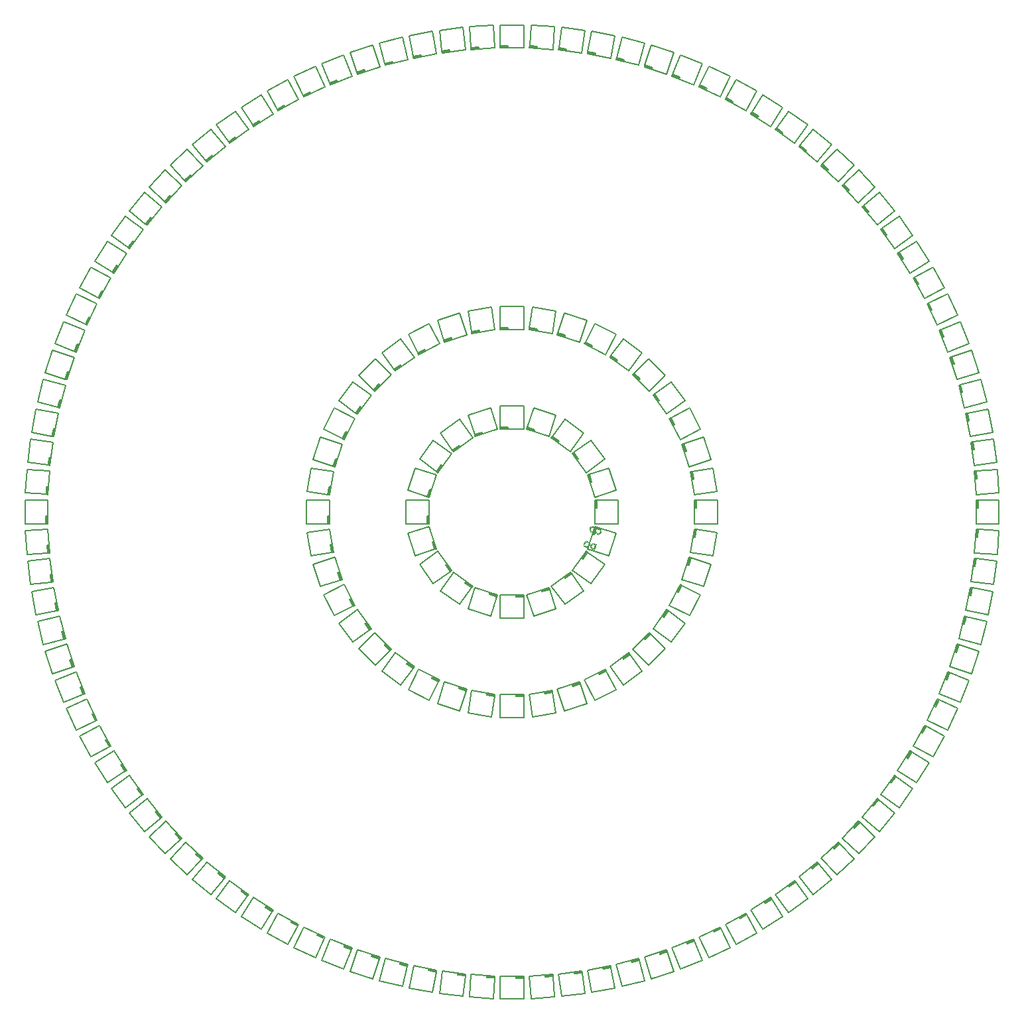
<source format=gto>
G75*
%MOIN*%
%OFA0B0*%
%FSLAX25Y25*%
%IPPOS*%
%LPD*%
%AMOC8*
5,1,8,0,0,1.08239X$1,22.5*
%
%ADD10C,0.00787*%
%ADD11C,0.00500*%
%ADD12R,0.01024X0.00118*%
%ADD13R,0.00748X0.00118*%
%ADD14R,0.01772X0.00118*%
%ADD15R,0.01417X0.00118*%
%ADD16R,0.02126X0.00118*%
%ADD17R,0.01890X0.00118*%
%ADD18R,0.02402X0.00157*%
%ADD19R,0.02126X0.00157*%
%ADD20R,0.02520X0.00118*%
%ADD21R,0.02362X0.00118*%
%ADD22R,0.02638X0.00118*%
%ADD23R,0.02677X0.00118*%
%ADD24R,0.02756X0.00118*%
%ADD25R,0.02913X0.00118*%
%ADD26R,0.00866X0.00118*%
%ADD27R,0.01260X0.00118*%
%ADD28R,0.01142X0.00118*%
%ADD29R,0.00866X0.00157*%
%ADD30R,0.01102X0.00157*%
%ADD31R,0.01024X0.00157*%
%ADD32R,0.00984X0.00118*%
%ADD33R,0.00906X0.00118*%
%ADD34R,0.00906X0.00157*%
%ADD35R,0.00984X0.00157*%
%ADD36R,0.02795X0.00118*%
%ADD37R,0.02362X0.00157*%
%ADD38R,0.02244X0.00118*%
%ADD39R,0.01654X0.00118*%
%ADD40R,0.00394X0.00118*%
%ADD41R,0.00630X0.00118*%
%ADD42R,0.01378X0.00118*%
%ADD43R,0.01496X0.00118*%
%ADD44R,0.02244X0.00157*%
%ADD45R,0.02165X0.00157*%
%ADD46R,0.02402X0.00118*%
%ADD47R,0.00394X0.00157*%
%ADD48R,0.00748X0.00157*%
%ADD49R,0.01102X0.00118*%
%ADD50R,0.02165X0.00118*%
%ADD51R,0.00276X0.00118*%
%ADD52R,0.00354X0.00118*%
D10*
X0113271Y0121466D02*
X0122371Y0113937D01*
X0129022Y0121976D01*
X0129649Y0122734D01*
X0120549Y0130263D01*
X0113271Y0121466D01*
X0110587Y0123826D02*
X0117729Y0131431D01*
X0118403Y0132149D01*
X0109793Y0140234D01*
X0101977Y0131911D01*
X0110587Y0123826D01*
X0099461Y0134427D02*
X0107067Y0141569D01*
X0107784Y0142243D01*
X0099699Y0150853D01*
X0091376Y0143037D01*
X0099461Y0134427D01*
X0089016Y0145721D02*
X0097055Y0152371D01*
X0097813Y0152999D01*
X0090284Y0162099D01*
X0081487Y0154821D01*
X0089016Y0145721D01*
X0079293Y0157637D02*
X0087733Y0163769D01*
X0088530Y0164348D01*
X0081587Y0173903D01*
X0072350Y0167192D01*
X0079293Y0157637D01*
X0070354Y0170145D02*
X0079163Y0175735D01*
X0079994Y0176263D01*
X0073666Y0186235D01*
X0064026Y0180117D01*
X0070354Y0170145D01*
X0062202Y0183185D02*
X0071345Y0188211D01*
X0072208Y0188685D01*
X0066518Y0199035D01*
X0056512Y0193535D01*
X0062202Y0183185D01*
X0054899Y0196716D02*
X0064339Y0201158D01*
X0065230Y0201577D01*
X0060201Y0212264D01*
X0049870Y0207403D01*
X0054899Y0196716D01*
X0048446Y0210678D02*
X0058147Y0214518D01*
X0059062Y0214881D01*
X0054714Y0225862D01*
X0044098Y0221659D01*
X0048446Y0210678D01*
X0042896Y0225009D02*
X0052818Y0228233D01*
X0053754Y0228538D01*
X0050104Y0239771D01*
X0039246Y0236242D01*
X0042896Y0225009D01*
X0038249Y0239670D02*
X0048355Y0242265D01*
X0049308Y0242510D01*
X0046371Y0253950D01*
X0035312Y0251110D01*
X0038249Y0239670D01*
X0034529Y0254599D02*
X0044777Y0256554D01*
X0045744Y0256739D01*
X0043531Y0268341D01*
X0032316Y0266201D01*
X0034529Y0254599D01*
X0031756Y0269726D02*
X0042107Y0271033D01*
X0043084Y0271157D01*
X0041603Y0282874D01*
X0030276Y0281443D01*
X0031756Y0269726D01*
X0029943Y0284988D02*
X0040356Y0285643D01*
X0041338Y0285705D01*
X0040597Y0297492D01*
X0029202Y0296775D01*
X0029943Y0284988D01*
X0029091Y0300344D02*
X0039524Y0300344D01*
X0040509Y0300344D01*
X0040509Y0312156D01*
X0029091Y0312156D01*
X0029091Y0300344D01*
X0029202Y0315725D02*
X0039614Y0315069D01*
X0040597Y0315008D01*
X0041338Y0326795D01*
X0029943Y0327512D01*
X0029202Y0315725D01*
X0030276Y0331057D02*
X0040627Y0329749D01*
X0041603Y0329626D01*
X0043084Y0341343D01*
X0031756Y0342774D01*
X0030276Y0331057D01*
X0032316Y0346299D02*
X0042564Y0344344D01*
X0043531Y0344159D01*
X0045744Y0355761D01*
X0034529Y0357901D01*
X0032316Y0346299D01*
X0035312Y0361390D02*
X0045417Y0358795D01*
X0046371Y0358550D01*
X0049308Y0369990D01*
X0038249Y0372830D01*
X0035312Y0361390D01*
X0039246Y0376258D02*
X0049168Y0373034D01*
X0050104Y0372729D01*
X0053754Y0383962D01*
X0042896Y0387491D01*
X0039246Y0376258D01*
X0044098Y0390841D02*
X0053799Y0387000D01*
X0054714Y0386638D01*
X0059062Y0397619D01*
X0048446Y0401822D01*
X0044098Y0390841D01*
X0049870Y0405097D02*
X0059310Y0400655D01*
X0060201Y0400236D01*
X0065230Y0410923D01*
X0054899Y0415784D01*
X0049870Y0405097D01*
X0056512Y0418965D02*
X0065655Y0413939D01*
X0066518Y0413465D01*
X0072208Y0423815D01*
X0062202Y0429315D01*
X0056512Y0418965D01*
X0064026Y0432383D02*
X0072835Y0426792D01*
X0073666Y0426265D01*
X0079994Y0436237D01*
X0070354Y0442355D01*
X0064026Y0432383D01*
X0072350Y0445308D02*
X0080791Y0439175D01*
X0081587Y0438597D01*
X0088530Y0448152D01*
X0079293Y0454863D01*
X0072350Y0445308D01*
X0081487Y0457679D02*
X0089526Y0451028D01*
X0090284Y0450401D01*
X0097813Y0459501D01*
X0089016Y0466779D01*
X0081487Y0457679D01*
X0091376Y0469463D02*
X0098981Y0462321D01*
X0099699Y0461647D01*
X0107784Y0470257D01*
X0099461Y0478073D01*
X0091376Y0469463D01*
X0101977Y0480589D02*
X0109119Y0472983D01*
X0109793Y0472266D01*
X0118403Y0480351D01*
X0110587Y0488674D01*
X0101977Y0480589D01*
X0113271Y0491034D02*
X0119921Y0482995D01*
X0120549Y0482237D01*
X0129649Y0489766D01*
X0122371Y0498563D01*
X0113271Y0491034D01*
X0125187Y0500757D02*
X0131319Y0492317D01*
X0131898Y0491520D01*
X0141453Y0498463D01*
X0134742Y0507700D01*
X0125187Y0500757D01*
X0137695Y0509696D02*
X0143285Y0500887D01*
X0143813Y0500056D01*
X0153785Y0506384D01*
X0147667Y0516024D01*
X0137695Y0509696D01*
X0150735Y0517848D02*
X0155761Y0508705D01*
X0156235Y0507842D01*
X0166585Y0513532D01*
X0161085Y0523538D01*
X0150735Y0517848D01*
X0164266Y0525151D02*
X0168708Y0515711D01*
X0169127Y0514820D01*
X0179814Y0519849D01*
X0174953Y0530180D01*
X0164266Y0525151D01*
X0178228Y0531604D02*
X0182068Y0521903D01*
X0182431Y0520988D01*
X0193412Y0525336D01*
X0189209Y0535952D01*
X0178228Y0531604D01*
X0192559Y0537154D02*
X0195783Y0527232D01*
X0196088Y0526296D01*
X0207321Y0529946D01*
X0203792Y0540804D01*
X0192559Y0537154D01*
X0207220Y0541801D02*
X0209815Y0531695D01*
X0210060Y0530742D01*
X0221500Y0533679D01*
X0218660Y0544738D01*
X0207220Y0541801D01*
X0222149Y0545521D02*
X0224104Y0535273D01*
X0224289Y0534306D01*
X0235891Y0536519D01*
X0233751Y0547734D01*
X0222149Y0545521D01*
X0237276Y0548293D02*
X0238583Y0537943D01*
X0238707Y0536966D01*
X0250424Y0538447D01*
X0248993Y0549774D01*
X0237276Y0548293D01*
X0252538Y0550107D02*
X0253193Y0539694D01*
X0253255Y0538712D01*
X0265042Y0539453D01*
X0264325Y0550848D01*
X0252538Y0550107D01*
X0267894Y0550959D02*
X0267894Y0540526D01*
X0267894Y0539541D01*
X0279706Y0539541D01*
X0279706Y0550959D01*
X0267894Y0550959D01*
X0283275Y0550848D02*
X0282620Y0540436D01*
X0282558Y0539453D01*
X0294345Y0538712D01*
X0295062Y0550107D01*
X0283275Y0550848D01*
X0298607Y0549774D02*
X0297299Y0539423D01*
X0297176Y0538447D01*
X0308893Y0536966D01*
X0310324Y0548293D01*
X0298607Y0549774D01*
X0313849Y0547734D02*
X0311894Y0537486D01*
X0311709Y0536519D01*
X0323311Y0534306D01*
X0325451Y0545521D01*
X0313849Y0547734D01*
X0328940Y0544738D02*
X0326345Y0534633D01*
X0326100Y0533679D01*
X0337540Y0530742D01*
X0340380Y0541801D01*
X0328940Y0544738D01*
X0343808Y0540804D02*
X0340584Y0530882D01*
X0340279Y0529946D01*
X0351512Y0526296D01*
X0355041Y0537154D01*
X0343808Y0540804D01*
X0358391Y0535952D02*
X0354550Y0526251D01*
X0354188Y0525336D01*
X0365169Y0520988D01*
X0369372Y0531604D01*
X0358391Y0535952D01*
X0372647Y0530180D02*
X0368205Y0520740D01*
X0367786Y0519849D01*
X0378473Y0514820D01*
X0383334Y0525151D01*
X0372647Y0530180D01*
X0386515Y0523538D02*
X0381489Y0514395D01*
X0381015Y0513532D01*
X0391365Y0507842D01*
X0396865Y0517848D01*
X0386515Y0523538D01*
X0399933Y0516024D02*
X0394342Y0507215D01*
X0393815Y0506384D01*
X0403787Y0500056D01*
X0409905Y0509696D01*
X0399933Y0516024D01*
X0412858Y0507700D02*
X0406725Y0499259D01*
X0406147Y0498463D01*
X0415702Y0491520D01*
X0422413Y0500757D01*
X0412858Y0507700D01*
X0425229Y0498563D02*
X0418578Y0490524D01*
X0417951Y0489766D01*
X0427051Y0482237D01*
X0434329Y0491034D01*
X0425229Y0498563D01*
X0437013Y0488674D02*
X0429871Y0481069D01*
X0429197Y0480351D01*
X0437807Y0472266D01*
X0445623Y0480589D01*
X0437013Y0488674D01*
X0448139Y0478073D02*
X0440533Y0470931D01*
X0439816Y0470257D01*
X0447901Y0461647D01*
X0456224Y0469463D01*
X0448139Y0478073D01*
X0458584Y0466779D02*
X0450545Y0460129D01*
X0449787Y0459501D01*
X0457316Y0450401D01*
X0466113Y0457679D01*
X0458584Y0466779D01*
X0468307Y0454863D02*
X0459867Y0448731D01*
X0459070Y0448152D01*
X0466013Y0438597D01*
X0475250Y0445308D01*
X0468307Y0454863D01*
X0477246Y0442355D02*
X0468437Y0436765D01*
X0467606Y0436237D01*
X0473934Y0426265D01*
X0483574Y0432383D01*
X0477246Y0442355D01*
X0485398Y0429315D02*
X0476255Y0424289D01*
X0475392Y0423815D01*
X0481082Y0413465D01*
X0491088Y0418965D01*
X0485398Y0429315D01*
X0492701Y0415784D02*
X0483261Y0411342D01*
X0482370Y0410923D01*
X0487399Y0400236D01*
X0497730Y0405097D01*
X0492701Y0415784D01*
X0499154Y0401822D02*
X0489453Y0397982D01*
X0488538Y0397619D01*
X0492886Y0386638D01*
X0503502Y0390841D01*
X0499154Y0401822D01*
X0504704Y0387491D02*
X0494782Y0384267D01*
X0493846Y0383962D01*
X0497496Y0372729D01*
X0508354Y0376258D01*
X0504704Y0387491D01*
X0509351Y0372830D02*
X0499245Y0370235D01*
X0498292Y0369990D01*
X0501229Y0358550D01*
X0512288Y0361390D01*
X0509351Y0372830D01*
X0513071Y0357901D02*
X0502823Y0355946D01*
X0501856Y0355761D01*
X0504069Y0344159D01*
X0515284Y0346299D01*
X0513071Y0357901D01*
X0515843Y0342774D02*
X0505493Y0341467D01*
X0504516Y0341343D01*
X0505997Y0329626D01*
X0517324Y0331057D01*
X0515843Y0342774D01*
X0517657Y0327512D02*
X0507244Y0326857D01*
X0506262Y0326795D01*
X0507003Y0315008D01*
X0518398Y0315725D01*
X0517657Y0327512D01*
X0518509Y0312156D02*
X0508076Y0312156D01*
X0507091Y0312156D01*
X0507091Y0300344D01*
X0518509Y0300344D01*
X0518509Y0312156D01*
X0518398Y0296775D02*
X0507986Y0297430D01*
X0507003Y0297492D01*
X0506262Y0285705D01*
X0517657Y0284988D01*
X0518398Y0296775D01*
X0517324Y0281443D02*
X0506973Y0282751D01*
X0505997Y0282874D01*
X0504516Y0271157D01*
X0515843Y0269726D01*
X0517324Y0281443D01*
X0515284Y0266201D02*
X0505036Y0268156D01*
X0504069Y0268341D01*
X0501856Y0256739D01*
X0513071Y0254599D01*
X0515284Y0266201D01*
X0512288Y0251110D02*
X0502183Y0253705D01*
X0501229Y0253950D01*
X0498292Y0242510D01*
X0509351Y0239670D01*
X0512288Y0251110D01*
X0508354Y0236242D02*
X0498432Y0239466D01*
X0497496Y0239771D01*
X0493846Y0228538D01*
X0504704Y0225009D01*
X0508354Y0236242D01*
X0503502Y0221659D02*
X0493801Y0225500D01*
X0492886Y0225862D01*
X0488538Y0214881D01*
X0499154Y0210678D01*
X0503502Y0221659D01*
X0497730Y0207403D02*
X0488290Y0211845D01*
X0487399Y0212264D01*
X0482370Y0201577D01*
X0492701Y0196716D01*
X0497730Y0207403D01*
X0491088Y0193535D02*
X0481945Y0198561D01*
X0481082Y0199035D01*
X0475392Y0188685D01*
X0485398Y0183185D01*
X0491088Y0193535D01*
X0483574Y0180117D02*
X0474765Y0185708D01*
X0473934Y0186235D01*
X0467606Y0176263D01*
X0477246Y0170145D01*
X0483574Y0180117D01*
X0475250Y0167192D02*
X0466809Y0173325D01*
X0466013Y0173903D01*
X0459070Y0164348D01*
X0468307Y0157637D01*
X0475250Y0167192D01*
X0466113Y0154821D02*
X0458074Y0161472D01*
X0457316Y0162099D01*
X0449787Y0152999D01*
X0458584Y0145721D01*
X0466113Y0154821D01*
X0456224Y0143037D02*
X0448619Y0150179D01*
X0447901Y0150853D01*
X0439816Y0142243D01*
X0448139Y0134427D01*
X0456224Y0143037D01*
X0445623Y0131911D02*
X0438481Y0139517D01*
X0437807Y0140234D01*
X0429197Y0132149D01*
X0437013Y0123826D01*
X0445623Y0131911D01*
X0434329Y0121466D02*
X0427679Y0129505D01*
X0427051Y0130263D01*
X0417951Y0122734D01*
X0425229Y0113937D01*
X0434329Y0121466D01*
X0422413Y0111743D02*
X0416281Y0120183D01*
X0415702Y0120980D01*
X0406147Y0114037D01*
X0412858Y0104800D01*
X0422413Y0111743D01*
X0409905Y0102804D02*
X0404315Y0111613D01*
X0403787Y0112444D01*
X0393815Y0106116D01*
X0399933Y0096476D01*
X0409905Y0102804D01*
X0396865Y0094652D02*
X0391839Y0103795D01*
X0391365Y0104658D01*
X0381015Y0098968D01*
X0386515Y0088962D01*
X0396865Y0094652D01*
X0383334Y0087349D02*
X0378892Y0096789D01*
X0378473Y0097680D01*
X0367786Y0092651D01*
X0372647Y0082320D01*
X0383334Y0087349D01*
X0369372Y0080896D02*
X0365532Y0090597D01*
X0365169Y0091512D01*
X0354188Y0087164D01*
X0358391Y0076548D01*
X0369372Y0080896D01*
X0355041Y0075346D02*
X0351817Y0085268D01*
X0351512Y0086204D01*
X0340279Y0082554D01*
X0343808Y0071696D01*
X0355041Y0075346D01*
X0340380Y0070699D02*
X0337785Y0080805D01*
X0337540Y0081758D01*
X0326100Y0078821D01*
X0328940Y0067762D01*
X0340380Y0070699D01*
X0325451Y0066979D02*
X0323496Y0077227D01*
X0323311Y0078194D01*
X0311709Y0075981D01*
X0313849Y0064766D01*
X0325451Y0066979D01*
X0310324Y0064206D02*
X0309017Y0074557D01*
X0308893Y0075534D01*
X0297176Y0074053D01*
X0298607Y0062726D01*
X0310324Y0064206D01*
X0295062Y0062393D02*
X0294407Y0072806D01*
X0294345Y0073788D01*
X0282558Y0073047D01*
X0283275Y0061652D01*
X0295062Y0062393D01*
X0279706Y0061541D02*
X0279706Y0071974D01*
X0279706Y0072959D01*
X0267894Y0072959D01*
X0267894Y0061541D01*
X0279706Y0061541D01*
X0264325Y0061652D02*
X0264980Y0072064D01*
X0265042Y0073047D01*
X0253255Y0073788D01*
X0252538Y0062393D01*
X0264325Y0061652D01*
X0248993Y0062726D02*
X0250301Y0073077D01*
X0250424Y0074053D01*
X0238707Y0075534D01*
X0237276Y0064206D01*
X0248993Y0062726D01*
X0233751Y0064766D02*
X0235706Y0075014D01*
X0235891Y0075981D01*
X0224289Y0078194D01*
X0222149Y0066979D01*
X0233751Y0064766D01*
X0218660Y0067762D02*
X0221255Y0077867D01*
X0221500Y0078821D01*
X0210060Y0081758D01*
X0207220Y0070699D01*
X0218660Y0067762D01*
X0203792Y0071696D02*
X0207016Y0081618D01*
X0207321Y0082554D01*
X0196088Y0086204D01*
X0192559Y0075346D01*
X0203792Y0071696D01*
X0189209Y0076548D02*
X0193050Y0086249D01*
X0193412Y0087164D01*
X0182431Y0091512D01*
X0178228Y0080896D01*
X0189209Y0076548D01*
X0174953Y0082320D02*
X0179395Y0091760D01*
X0179814Y0092651D01*
X0169127Y0097680D01*
X0164266Y0087349D01*
X0174953Y0082320D01*
X0161085Y0088962D02*
X0166111Y0098105D01*
X0166585Y0098968D01*
X0156235Y0104658D01*
X0150735Y0094652D01*
X0161085Y0088962D01*
X0147667Y0096476D02*
X0153258Y0105285D01*
X0153785Y0106116D01*
X0143813Y0112444D01*
X0137695Y0102804D01*
X0147667Y0096476D01*
X0134742Y0104800D02*
X0140875Y0113241D01*
X0141453Y0114037D01*
X0131898Y0120980D01*
X0125187Y0111743D01*
X0134742Y0104800D01*
X0221646Y0216945D02*
X0232170Y0211582D01*
X0236907Y0220878D01*
X0237354Y0221755D01*
X0226830Y0227117D01*
X0221646Y0216945D01*
X0217922Y0219260D02*
X0224055Y0227701D01*
X0224633Y0228497D01*
X0215078Y0235440D01*
X0208367Y0226203D01*
X0217922Y0219260D01*
X0205039Y0229138D02*
X0212416Y0236515D01*
X0213112Y0237211D01*
X0204761Y0245562D01*
X0196688Y0237489D01*
X0205039Y0229138D01*
X0193753Y0240817D02*
X0202193Y0246949D01*
X0202990Y0247528D01*
X0196047Y0257083D01*
X0186810Y0250372D01*
X0193753Y0240817D01*
X0184495Y0254096D02*
X0193791Y0258833D01*
X0194667Y0259280D01*
X0189305Y0269804D01*
X0179132Y0264620D01*
X0184495Y0254096D01*
X0177496Y0268769D02*
X0187418Y0271993D01*
X0188354Y0272298D01*
X0184704Y0283531D01*
X0173846Y0280002D01*
X0177496Y0268769D01*
X0172785Y0284224D02*
X0183090Y0285856D01*
X0184062Y0286010D01*
X0182215Y0297676D01*
X0170938Y0295890D01*
X0172785Y0284224D01*
X0170591Y0300344D02*
X0181024Y0300344D01*
X0182009Y0300344D01*
X0182009Y0312156D01*
X0170591Y0312156D01*
X0170591Y0300344D01*
X0170938Y0316610D02*
X0181242Y0314978D01*
X0182215Y0314824D01*
X0184062Y0326490D01*
X0172785Y0328276D01*
X0170938Y0316610D01*
X0173846Y0332498D02*
X0183768Y0329274D01*
X0184704Y0328969D01*
X0188354Y0340202D01*
X0177496Y0343731D01*
X0173846Y0332498D01*
X0179132Y0347880D02*
X0188428Y0343143D01*
X0189305Y0342696D01*
X0194667Y0353220D01*
X0184495Y0358404D01*
X0179132Y0347880D01*
X0186810Y0362128D02*
X0195251Y0355995D01*
X0196047Y0355417D01*
X0202990Y0364972D01*
X0193753Y0371683D01*
X0186810Y0362128D01*
X0196688Y0375011D02*
X0204065Y0367634D01*
X0204761Y0366938D01*
X0213112Y0375289D01*
X0205039Y0383362D01*
X0196688Y0375011D01*
X0208367Y0386297D02*
X0214499Y0377857D01*
X0215078Y0377060D01*
X0224633Y0384003D01*
X0217922Y0393240D01*
X0208367Y0386297D01*
X0221646Y0395555D02*
X0226383Y0386259D01*
X0226830Y0385382D01*
X0237354Y0390745D01*
X0232170Y0400917D01*
X0221646Y0395555D01*
X0236319Y0402554D02*
X0239543Y0392632D01*
X0239848Y0391696D01*
X0251081Y0395346D01*
X0247552Y0406204D01*
X0236319Y0402554D01*
X0251774Y0407265D02*
X0253406Y0396960D01*
X0253560Y0395988D01*
X0265226Y0397835D01*
X0263440Y0409112D01*
X0251774Y0407265D01*
X0267894Y0409459D02*
X0267894Y0399026D01*
X0267894Y0398041D01*
X0279706Y0398041D01*
X0279706Y0409459D01*
X0267894Y0409459D01*
X0284160Y0409112D02*
X0282528Y0398808D01*
X0282374Y0397835D01*
X0294040Y0395988D01*
X0295826Y0407265D01*
X0284160Y0409112D01*
X0300048Y0406204D02*
X0296824Y0396282D01*
X0296519Y0395346D01*
X0307752Y0391696D01*
X0311281Y0402554D01*
X0300048Y0406204D01*
X0315430Y0400917D02*
X0310693Y0391622D01*
X0310246Y0390745D01*
X0320770Y0385382D01*
X0325954Y0395555D01*
X0315430Y0400917D01*
X0329678Y0393240D02*
X0323545Y0384799D01*
X0322967Y0384003D01*
X0332522Y0377060D01*
X0339233Y0386297D01*
X0329678Y0393240D01*
X0342561Y0383362D02*
X0335184Y0375985D01*
X0334488Y0375289D01*
X0342839Y0366938D01*
X0350912Y0375011D01*
X0342561Y0383362D01*
X0353847Y0371683D02*
X0345407Y0365551D01*
X0344610Y0364972D01*
X0351553Y0355417D01*
X0360790Y0362128D01*
X0353847Y0371683D01*
X0363105Y0358404D02*
X0353809Y0353667D01*
X0352932Y0353220D01*
X0358295Y0342696D01*
X0368467Y0347880D01*
X0363105Y0358404D01*
X0370104Y0343731D02*
X0360182Y0340507D01*
X0359246Y0340202D01*
X0362896Y0328969D01*
X0373754Y0332498D01*
X0370104Y0343731D01*
X0374815Y0328276D02*
X0364510Y0326644D01*
X0363538Y0326490D01*
X0365385Y0314824D01*
X0376662Y0316610D01*
X0374815Y0328276D01*
X0377009Y0312156D02*
X0366576Y0312156D01*
X0365591Y0312156D01*
X0365591Y0300344D01*
X0377009Y0300344D01*
X0377009Y0312156D01*
X0376662Y0295890D02*
X0366358Y0297522D01*
X0365385Y0297676D01*
X0363538Y0286010D01*
X0374815Y0284224D01*
X0376662Y0295890D01*
X0373754Y0280002D02*
X0363832Y0283226D01*
X0362896Y0283531D01*
X0359246Y0272298D01*
X0370104Y0268769D01*
X0373754Y0280002D01*
X0368467Y0264620D02*
X0359172Y0269357D01*
X0358295Y0269804D01*
X0352932Y0259280D01*
X0363105Y0254096D01*
X0368467Y0264620D01*
X0360790Y0250372D02*
X0352349Y0256505D01*
X0351553Y0257083D01*
X0344610Y0247528D01*
X0353847Y0240817D01*
X0360790Y0250372D01*
X0350912Y0237489D02*
X0343535Y0244866D01*
X0342839Y0245562D01*
X0334488Y0237211D01*
X0342561Y0229138D01*
X0350912Y0237489D01*
X0339233Y0226203D02*
X0333101Y0234643D01*
X0332522Y0235440D01*
X0322967Y0228497D01*
X0329678Y0219260D01*
X0339233Y0226203D01*
X0325954Y0216945D02*
X0321217Y0226241D01*
X0320770Y0227117D01*
X0310246Y0221755D01*
X0315430Y0211582D01*
X0325954Y0216945D01*
X0311281Y0209946D02*
X0308057Y0219868D01*
X0307752Y0220804D01*
X0296519Y0217154D01*
X0300048Y0206296D01*
X0311281Y0209946D01*
X0295826Y0205235D02*
X0294194Y0215540D01*
X0294040Y0216512D01*
X0282374Y0214665D01*
X0284160Y0203388D01*
X0295826Y0205235D01*
X0279706Y0203041D02*
X0279706Y0213474D01*
X0279706Y0214459D01*
X0267894Y0214459D01*
X0267894Y0203041D01*
X0279706Y0203041D01*
X0263440Y0203388D02*
X0265072Y0213692D01*
X0265226Y0214665D01*
X0253560Y0216512D01*
X0251774Y0205235D01*
X0263440Y0203388D01*
X0247552Y0206296D02*
X0250776Y0216218D01*
X0251081Y0217154D01*
X0239848Y0220804D01*
X0236319Y0209946D01*
X0247552Y0206296D01*
X0262952Y0253796D02*
X0266176Y0263718D01*
X0266481Y0264654D01*
X0255248Y0268304D01*
X0251719Y0257446D01*
X0262952Y0253796D01*
X0267894Y0253041D02*
X0279706Y0253041D01*
X0279706Y0263474D01*
X0279706Y0264459D01*
X0267894Y0264459D01*
X0267894Y0253041D01*
X0284648Y0253796D02*
X0295881Y0257446D01*
X0292657Y0267368D01*
X0292352Y0268304D01*
X0281119Y0264654D01*
X0284648Y0253796D01*
X0300278Y0259760D02*
X0293567Y0268997D01*
X0303122Y0275940D01*
X0303701Y0275143D01*
X0309833Y0266703D01*
X0300278Y0259760D01*
X0313347Y0270217D02*
X0304110Y0276928D01*
X0311053Y0286483D01*
X0311849Y0285905D01*
X0320290Y0279772D01*
X0313347Y0270217D01*
X0322604Y0284169D02*
X0326254Y0295402D01*
X0316332Y0298626D01*
X0315396Y0298931D01*
X0311746Y0287698D01*
X0322604Y0284169D01*
X0327009Y0300344D02*
X0315591Y0300344D01*
X0315591Y0312156D01*
X0316576Y0312156D01*
X0327009Y0312156D01*
X0327009Y0300344D01*
X0326254Y0317098D02*
X0315396Y0313569D01*
X0311746Y0324802D01*
X0312682Y0325107D01*
X0322604Y0328331D01*
X0326254Y0317098D01*
X0320290Y0332728D02*
X0313347Y0342283D01*
X0304907Y0336151D01*
X0304110Y0335572D01*
X0311053Y0326017D01*
X0320290Y0332728D01*
X0309833Y0345797D02*
X0300278Y0352740D01*
X0294145Y0344299D01*
X0293567Y0343503D01*
X0303122Y0336560D01*
X0309833Y0345797D01*
X0295881Y0355054D02*
X0284648Y0358704D01*
X0281424Y0348782D01*
X0281119Y0347846D01*
X0292352Y0344196D01*
X0295881Y0355054D01*
X0279706Y0359459D02*
X0279706Y0348041D01*
X0267894Y0348041D01*
X0267894Y0349026D01*
X0267894Y0359459D01*
X0279706Y0359459D01*
X0262952Y0358704D02*
X0266481Y0347846D01*
X0255248Y0344196D01*
X0254943Y0345132D01*
X0251719Y0355054D01*
X0262952Y0358704D01*
X0247322Y0352740D02*
X0254033Y0343503D01*
X0244478Y0336560D01*
X0243899Y0337357D01*
X0237767Y0345797D01*
X0247322Y0352740D01*
X0234253Y0342283D02*
X0243490Y0335572D01*
X0236547Y0326017D01*
X0235751Y0326595D01*
X0227310Y0332728D01*
X0234253Y0342283D01*
X0224996Y0328331D02*
X0221346Y0317098D01*
X0231268Y0313874D01*
X0232204Y0313569D01*
X0235854Y0324802D01*
X0224996Y0328331D01*
X0220591Y0312156D02*
X0220591Y0300344D01*
X0231024Y0300344D01*
X0232009Y0300344D01*
X0232009Y0312156D01*
X0220591Y0312156D01*
X0221346Y0295402D02*
X0232204Y0298931D01*
X0235854Y0287698D01*
X0234918Y0287393D01*
X0224996Y0284169D01*
X0221346Y0295402D01*
X0227310Y0279772D02*
X0234253Y0270217D01*
X0242693Y0276349D01*
X0243490Y0276928D01*
X0236547Y0286483D01*
X0227310Y0279772D01*
X0237767Y0266703D02*
X0247322Y0259760D01*
X0253455Y0268201D01*
X0254033Y0268997D01*
X0244478Y0275940D01*
X0237767Y0266703D01*
D11*
X0242693Y0276349D02*
X0240379Y0279534D01*
X0240698Y0279766D01*
X0241016Y0279997D01*
X0243330Y0276812D01*
X0242693Y0276349D01*
X0242780Y0276899D02*
X0240698Y0279766D01*
X0235667Y0287637D02*
X0234918Y0287393D01*
X0233701Y0291138D01*
X0234076Y0291259D01*
X0234450Y0291381D01*
X0235667Y0287637D01*
X0235171Y0287890D02*
X0234076Y0291259D01*
X0231812Y0300344D02*
X0231024Y0300344D01*
X0231024Y0304281D01*
X0231418Y0304281D01*
X0231812Y0304281D01*
X0231812Y0300344D01*
X0231418Y0300738D02*
X0231418Y0304281D01*
X0232017Y0313630D02*
X0231268Y0313874D01*
X0232485Y0317618D01*
X0232859Y0317496D01*
X0233234Y0317375D01*
X0232017Y0313630D01*
X0231764Y0314126D02*
X0232859Y0317496D01*
X0236388Y0326133D02*
X0235751Y0326595D01*
X0238065Y0329780D01*
X0238384Y0329549D01*
X0238702Y0329318D01*
X0236388Y0326133D01*
X0236301Y0326682D02*
X0238384Y0329549D01*
X0244362Y0336720D02*
X0243899Y0337357D01*
X0247084Y0339671D01*
X0247316Y0339352D01*
X0247547Y0339034D01*
X0244362Y0336720D01*
X0244449Y0337270D02*
X0247316Y0339352D01*
X0255187Y0344383D02*
X0254943Y0345132D01*
X0258688Y0346349D01*
X0258809Y0345974D01*
X0258931Y0345600D01*
X0255187Y0344383D01*
X0255440Y0344879D02*
X0258809Y0345974D01*
X0267894Y0348238D02*
X0267894Y0349026D01*
X0271831Y0349026D01*
X0271831Y0348632D01*
X0271831Y0348238D01*
X0267894Y0348238D01*
X0268288Y0348632D02*
X0271831Y0348632D01*
X0281180Y0348033D02*
X0281424Y0348782D01*
X0285168Y0347565D01*
X0285046Y0347191D01*
X0284925Y0346816D01*
X0281180Y0348033D01*
X0281676Y0348286D02*
X0285046Y0347191D01*
X0293683Y0343662D02*
X0294145Y0344299D01*
X0297330Y0341985D01*
X0297099Y0341666D01*
X0296868Y0341348D01*
X0293683Y0343662D01*
X0294232Y0343749D02*
X0297099Y0341666D01*
X0304270Y0335688D02*
X0304907Y0336151D01*
X0307221Y0332966D01*
X0306902Y0332734D01*
X0306584Y0332503D01*
X0304270Y0335688D01*
X0304820Y0335601D02*
X0306902Y0332734D01*
X0311933Y0324863D02*
X0312682Y0325107D01*
X0313899Y0321362D01*
X0313524Y0321241D01*
X0313150Y0321119D01*
X0311933Y0324863D01*
X0312429Y0324610D02*
X0313524Y0321241D01*
X0315788Y0312156D02*
X0316576Y0312156D01*
X0316576Y0308219D01*
X0316182Y0308219D01*
X0315788Y0308219D01*
X0315788Y0312156D01*
X0316182Y0311762D02*
X0316182Y0308219D01*
X0315583Y0298870D02*
X0316332Y0298626D01*
X0315115Y0294882D01*
X0314741Y0295004D01*
X0314366Y0295125D01*
X0315583Y0298870D01*
X0315836Y0298374D02*
X0314741Y0295004D01*
X0311212Y0286367D02*
X0311849Y0285905D01*
X0309535Y0282719D01*
X0309216Y0282951D01*
X0308898Y0283182D01*
X0311212Y0286367D01*
X0311299Y0285817D02*
X0309216Y0282951D01*
X0303238Y0275780D02*
X0303701Y0275143D01*
X0300516Y0272829D01*
X0300284Y0273148D01*
X0300053Y0273466D01*
X0303238Y0275780D01*
X0303151Y0275230D02*
X0300284Y0273148D01*
X0292413Y0268117D02*
X0292657Y0267368D01*
X0288912Y0266151D01*
X0288791Y0266526D01*
X0288669Y0266900D01*
X0292413Y0268117D01*
X0292160Y0267621D02*
X0288791Y0266526D01*
X0279706Y0264262D02*
X0279706Y0263474D01*
X0275769Y0263474D01*
X0275769Y0263868D01*
X0275769Y0264262D01*
X0279706Y0264262D01*
X0279312Y0263868D02*
X0275769Y0263868D01*
X0266420Y0264467D02*
X0266176Y0263718D01*
X0262432Y0264935D01*
X0262554Y0265309D01*
X0262675Y0265684D01*
X0266420Y0264467D01*
X0265924Y0264214D02*
X0262554Y0265309D01*
X0253917Y0268838D02*
X0253455Y0268201D01*
X0250269Y0270515D01*
X0250501Y0270834D01*
X0250732Y0271152D01*
X0253917Y0268838D01*
X0253367Y0268751D02*
X0250501Y0270834D01*
X0221332Y0230652D02*
X0224517Y0228338D01*
X0224055Y0227701D01*
X0220869Y0230015D01*
X0221101Y0230334D01*
X0221332Y0230652D01*
X0221101Y0230334D02*
X0223967Y0228251D01*
X0233756Y0223367D02*
X0237264Y0221580D01*
X0236907Y0220878D01*
X0233399Y0222666D01*
X0233578Y0223017D01*
X0233756Y0223367D01*
X0233578Y0223017D02*
X0236735Y0221408D01*
X0247275Y0218184D02*
X0251020Y0216967D01*
X0250776Y0216218D01*
X0247032Y0217435D01*
X0247154Y0217809D01*
X0247275Y0218184D01*
X0247154Y0217809D02*
X0250524Y0216714D01*
X0261306Y0215086D02*
X0265195Y0214470D01*
X0265072Y0213692D01*
X0261183Y0214308D01*
X0261245Y0214697D01*
X0261306Y0215086D01*
X0261245Y0214697D02*
X0264745Y0214143D01*
X0275769Y0214262D02*
X0279706Y0214262D01*
X0279706Y0213474D01*
X0275769Y0213474D01*
X0275769Y0213868D01*
X0275769Y0214262D01*
X0275769Y0213868D02*
X0279312Y0213868D01*
X0290182Y0215702D02*
X0294071Y0216318D01*
X0294194Y0215540D01*
X0290305Y0214924D01*
X0290244Y0215313D01*
X0290182Y0215702D01*
X0290244Y0215313D02*
X0293743Y0215867D01*
X0304069Y0219400D02*
X0307813Y0220617D01*
X0308057Y0219868D01*
X0304312Y0218651D01*
X0304191Y0219026D01*
X0304069Y0219400D01*
X0304191Y0219026D02*
X0307560Y0220121D01*
X0317352Y0225155D02*
X0320860Y0226942D01*
X0321217Y0226241D01*
X0317709Y0224453D01*
X0317530Y0224804D01*
X0317352Y0225155D01*
X0317530Y0224804D02*
X0320687Y0226413D01*
X0329453Y0232966D02*
X0332638Y0235280D01*
X0333101Y0234643D01*
X0329916Y0232329D01*
X0329684Y0232648D01*
X0329453Y0232966D01*
X0329684Y0232648D02*
X0332551Y0234730D01*
X0340195Y0242639D02*
X0342978Y0245423D01*
X0343535Y0244866D01*
X0340751Y0242083D01*
X0340473Y0242361D01*
X0340195Y0242639D01*
X0340473Y0242361D02*
X0342978Y0244866D01*
X0349398Y0253782D02*
X0351712Y0256967D01*
X0352349Y0256505D01*
X0350035Y0253319D01*
X0349716Y0253551D01*
X0349398Y0253782D01*
X0349716Y0253551D02*
X0351799Y0256417D01*
X0356683Y0266206D02*
X0358470Y0269714D01*
X0359172Y0269357D01*
X0357384Y0265849D01*
X0357033Y0266028D01*
X0356683Y0266206D01*
X0357033Y0266028D02*
X0358642Y0269185D01*
X0361866Y0279725D02*
X0363083Y0283470D01*
X0363832Y0283226D01*
X0362615Y0279482D01*
X0362241Y0279604D01*
X0361866Y0279725D01*
X0362241Y0279604D02*
X0363336Y0282974D01*
X0364964Y0293756D02*
X0365580Y0297645D01*
X0366358Y0297522D01*
X0365742Y0293633D01*
X0365353Y0293695D01*
X0364964Y0293756D01*
X0365353Y0293695D02*
X0365907Y0297195D01*
X0365788Y0308219D02*
X0365788Y0312156D01*
X0366576Y0312156D01*
X0366576Y0308219D01*
X0366182Y0308219D01*
X0365788Y0308219D01*
X0366182Y0308219D02*
X0366182Y0311762D01*
X0364348Y0322632D02*
X0363732Y0326521D01*
X0364510Y0326644D01*
X0365126Y0322755D01*
X0364737Y0322694D01*
X0364348Y0322632D01*
X0364737Y0322694D02*
X0364183Y0326193D01*
X0360650Y0336519D02*
X0359433Y0340263D01*
X0360182Y0340507D01*
X0361399Y0336762D01*
X0361024Y0336641D01*
X0360650Y0336519D01*
X0361024Y0336641D02*
X0359929Y0340010D01*
X0354895Y0349802D02*
X0353108Y0353310D01*
X0353809Y0353667D01*
X0355597Y0350159D01*
X0355246Y0349980D01*
X0354895Y0349802D01*
X0355246Y0349980D02*
X0353637Y0353137D01*
X0347084Y0361903D02*
X0344770Y0365088D01*
X0345407Y0365551D01*
X0347721Y0362366D01*
X0347402Y0362134D01*
X0347084Y0361903D01*
X0347402Y0362134D02*
X0345320Y0365001D01*
X0337411Y0372645D02*
X0334627Y0375428D01*
X0335184Y0375985D01*
X0337967Y0373201D01*
X0337689Y0372923D01*
X0337411Y0372645D01*
X0337689Y0372923D02*
X0335184Y0375428D01*
X0326268Y0381848D02*
X0323083Y0384162D01*
X0323545Y0384799D01*
X0326730Y0382485D01*
X0326499Y0382166D01*
X0326268Y0381848D01*
X0326499Y0382166D02*
X0323632Y0384249D01*
X0313844Y0389133D02*
X0310336Y0390920D01*
X0310693Y0391622D01*
X0314201Y0389834D01*
X0314022Y0389483D01*
X0313844Y0389133D01*
X0314022Y0389483D02*
X0310865Y0391092D01*
X0300325Y0394316D02*
X0296580Y0395533D01*
X0296824Y0396282D01*
X0300568Y0395065D01*
X0300446Y0394691D01*
X0300325Y0394316D01*
X0300446Y0394691D02*
X0297076Y0395786D01*
X0286293Y0397414D02*
X0282405Y0398030D01*
X0282528Y0398808D01*
X0286417Y0398192D01*
X0286355Y0397803D01*
X0286293Y0397414D01*
X0286355Y0397803D02*
X0282855Y0398357D01*
X0271831Y0398238D02*
X0267894Y0398238D01*
X0267894Y0399026D01*
X0271831Y0399026D01*
X0271831Y0398632D01*
X0271831Y0398238D01*
X0271831Y0398632D02*
X0268288Y0398632D01*
X0257418Y0396798D02*
X0253529Y0396182D01*
X0253406Y0396960D01*
X0257295Y0397576D01*
X0257356Y0397187D01*
X0257418Y0396798D01*
X0257356Y0397187D02*
X0253857Y0396633D01*
X0243531Y0393100D02*
X0239787Y0391883D01*
X0239543Y0392632D01*
X0243288Y0393849D01*
X0243409Y0393474D01*
X0243531Y0393100D01*
X0243409Y0393474D02*
X0240040Y0392379D01*
X0230248Y0387345D02*
X0226740Y0385558D01*
X0226383Y0386259D01*
X0229891Y0388047D01*
X0230070Y0387696D01*
X0230248Y0387345D01*
X0230070Y0387696D02*
X0226913Y0386087D01*
X0218147Y0379534D02*
X0214962Y0377220D01*
X0214499Y0377857D01*
X0217684Y0380171D01*
X0217916Y0379852D01*
X0218147Y0379534D01*
X0217916Y0379852D02*
X0215049Y0377770D01*
X0207405Y0369861D02*
X0204622Y0367077D01*
X0204065Y0367634D01*
X0206849Y0370417D01*
X0207127Y0370139D01*
X0207405Y0369861D01*
X0207127Y0370139D02*
X0204622Y0367634D01*
X0198202Y0358718D02*
X0195888Y0355533D01*
X0195251Y0355995D01*
X0197565Y0359180D01*
X0197884Y0358949D01*
X0198202Y0358718D01*
X0197884Y0358949D02*
X0195801Y0356082D01*
X0190917Y0346294D02*
X0189130Y0342786D01*
X0188428Y0343143D01*
X0190216Y0346651D01*
X0190567Y0346472D01*
X0190917Y0346294D01*
X0190567Y0346472D02*
X0188958Y0343315D01*
X0185734Y0332775D02*
X0184517Y0329030D01*
X0183768Y0329274D01*
X0184985Y0333018D01*
X0185359Y0332896D01*
X0185734Y0332775D01*
X0185359Y0332896D02*
X0184264Y0329526D01*
X0182636Y0318743D02*
X0182020Y0314855D01*
X0181242Y0314978D01*
X0181858Y0318867D01*
X0182247Y0318805D01*
X0182636Y0318743D01*
X0182247Y0318805D02*
X0181693Y0315305D01*
X0181812Y0304281D02*
X0181812Y0300344D01*
X0181024Y0300344D01*
X0181024Y0304281D01*
X0181418Y0304281D01*
X0181812Y0304281D01*
X0181418Y0304281D02*
X0181418Y0300738D01*
X0183252Y0289868D02*
X0183868Y0285979D01*
X0183090Y0285856D01*
X0182474Y0289745D01*
X0182863Y0289806D01*
X0183252Y0289868D01*
X0182863Y0289806D02*
X0183417Y0286307D01*
X0186950Y0275981D02*
X0188167Y0272237D01*
X0187418Y0271993D01*
X0186201Y0275738D01*
X0186576Y0275859D01*
X0186950Y0275981D01*
X0186576Y0275859D02*
X0187671Y0272490D01*
X0192705Y0262698D02*
X0194492Y0259190D01*
X0193791Y0258833D01*
X0192003Y0262341D01*
X0192354Y0262520D01*
X0192705Y0262698D01*
X0192354Y0262520D02*
X0193963Y0259363D01*
X0200516Y0250597D02*
X0202830Y0247412D01*
X0202193Y0246949D01*
X0199879Y0250134D01*
X0200198Y0250366D01*
X0200516Y0250597D01*
X0200198Y0250366D02*
X0202280Y0247499D01*
X0210189Y0239855D02*
X0212973Y0237072D01*
X0212416Y0236515D01*
X0209633Y0239299D01*
X0209911Y0239577D01*
X0210189Y0239855D01*
X0209911Y0239577D02*
X0212416Y0237072D01*
X0115398Y0134700D02*
X0118268Y0132005D01*
X0117729Y0131431D01*
X0114859Y0134126D01*
X0115129Y0134413D01*
X0115398Y0134700D01*
X0115129Y0134413D02*
X0117712Y0131988D01*
X0126239Y0124789D02*
X0125988Y0124485D01*
X0129022Y0121976D01*
X0129524Y0122583D01*
X0126490Y0125092D01*
X0126239Y0124789D01*
X0128969Y0122530D01*
X0137921Y0115874D02*
X0137689Y0115555D01*
X0140875Y0113241D01*
X0141337Y0113878D01*
X0138152Y0116192D01*
X0137921Y0115874D01*
X0140788Y0113791D01*
X0150144Y0107727D02*
X0149934Y0107394D01*
X0153258Y0105285D01*
X0153680Y0105949D01*
X0150355Y0108059D01*
X0150144Y0107727D01*
X0153136Y0105828D01*
X0162851Y0100347D02*
X0162661Y0100002D01*
X0166111Y0098105D01*
X0166490Y0098795D01*
X0163040Y0100692D01*
X0162851Y0100347D01*
X0165956Y0098640D01*
X0176000Y0093793D02*
X0179206Y0092284D01*
X0179395Y0091760D02*
X0175833Y0093437D01*
X0176000Y0093793D01*
X0176168Y0094149D01*
X0179730Y0092473D01*
X0179395Y0091760D01*
X0189389Y0087698D02*
X0189534Y0088064D01*
X0189679Y0088430D01*
X0193340Y0086981D01*
X0193050Y0086249D01*
X0189389Y0087698D01*
X0189534Y0088064D02*
X0192829Y0086760D01*
X0203394Y0083209D02*
X0203272Y0082835D01*
X0207016Y0081618D01*
X0207260Y0082367D01*
X0203515Y0083584D01*
X0203394Y0083209D01*
X0206764Y0082114D01*
X0217539Y0079228D02*
X0217442Y0078846D01*
X0221255Y0077867D01*
X0221451Y0078630D01*
X0217637Y0079609D01*
X0217539Y0079228D01*
X0220971Y0078347D01*
X0231913Y0076139D02*
X0231839Y0075752D01*
X0235706Y0075014D01*
X0235854Y0075788D01*
X0231986Y0076525D01*
X0231913Y0076139D01*
X0235393Y0075475D01*
X0246444Y0073961D02*
X0246395Y0073570D01*
X0250301Y0073077D01*
X0250400Y0073858D01*
X0246494Y0074352D01*
X0246444Y0073961D01*
X0249960Y0073517D01*
X0261076Y0072704D02*
X0261051Y0072311D01*
X0264980Y0072064D01*
X0265030Y0072850D01*
X0261101Y0073097D01*
X0261076Y0072704D01*
X0264612Y0072482D01*
X0275769Y0072368D02*
X0275769Y0071974D01*
X0279706Y0071974D01*
X0279706Y0072762D01*
X0275769Y0072762D01*
X0275769Y0072368D01*
X0279312Y0072368D01*
X0290453Y0072952D02*
X0290478Y0072559D01*
X0294407Y0072806D01*
X0294358Y0073592D01*
X0290429Y0073345D01*
X0290453Y0072952D01*
X0293990Y0073174D01*
X0305062Y0074454D02*
X0305111Y0074064D01*
X0309017Y0074557D01*
X0308918Y0075338D01*
X0305012Y0074845D01*
X0305062Y0074454D01*
X0308577Y0074899D01*
X0319555Y0076876D02*
X0319628Y0076490D01*
X0323496Y0077227D01*
X0323348Y0078001D01*
X0319481Y0077263D01*
X0319555Y0076876D01*
X0323035Y0077540D01*
X0333874Y0080207D02*
X0333972Y0079826D01*
X0337785Y0080805D01*
X0337589Y0081567D01*
X0333776Y0080588D01*
X0333874Y0080207D01*
X0337306Y0081088D01*
X0347951Y0084426D02*
X0348072Y0084051D01*
X0351817Y0085268D01*
X0351573Y0086017D01*
X0347829Y0084800D01*
X0347951Y0084426D01*
X0351320Y0085521D01*
X0361726Y0089513D02*
X0361871Y0089147D01*
X0365532Y0090597D01*
X0365242Y0091329D01*
X0361581Y0089879D01*
X0361726Y0089513D01*
X0365021Y0090818D01*
X0375162Y0095469D02*
X0375330Y0095113D01*
X0378892Y0096789D01*
X0378557Y0097502D01*
X0374994Y0095825D01*
X0375162Y0095469D01*
X0378368Y0096978D01*
X0388199Y0102243D02*
X0388389Y0101898D01*
X0391839Y0103795D01*
X0391460Y0104485D01*
X0388010Y0102588D01*
X0388199Y0102243D01*
X0391304Y0103950D01*
X0400780Y0109836D02*
X0403771Y0111735D01*
X0403893Y0112278D02*
X0404315Y0111613D01*
X0400991Y0109504D01*
X0400780Y0109836D01*
X0400569Y0110169D01*
X0403893Y0112278D01*
X0412633Y0118506D02*
X0415818Y0120820D01*
X0416281Y0120183D01*
X0413096Y0117869D01*
X0412864Y0118188D01*
X0412633Y0118506D01*
X0412864Y0118188D02*
X0415731Y0120270D01*
X0424394Y0127298D02*
X0427125Y0129557D01*
X0427679Y0129505D02*
X0424645Y0126995D01*
X0424394Y0127298D01*
X0424143Y0127602D01*
X0427177Y0130111D01*
X0427679Y0129505D01*
X0435611Y0136821D02*
X0435341Y0137108D01*
X0435072Y0137395D01*
X0437942Y0140091D01*
X0438481Y0139517D01*
X0435611Y0136821D01*
X0435341Y0137108D02*
X0437924Y0139534D01*
X0445637Y0147579D02*
X0445924Y0147309D01*
X0448619Y0150179D01*
X0448045Y0150718D01*
X0445350Y0147848D01*
X0445637Y0147579D01*
X0448062Y0150162D01*
X0455261Y0158689D02*
X0455565Y0158438D01*
X0458074Y0161472D01*
X0457467Y0161974D01*
X0454958Y0158940D01*
X0455261Y0158689D01*
X0457520Y0161419D01*
X0464176Y0170371D02*
X0464495Y0170139D01*
X0466809Y0173325D01*
X0466172Y0173787D01*
X0463858Y0170602D01*
X0464176Y0170371D01*
X0466259Y0173237D01*
X0472323Y0182594D02*
X0472656Y0182384D01*
X0474765Y0185708D01*
X0474101Y0186130D01*
X0471991Y0182805D01*
X0472323Y0182594D01*
X0474222Y0185586D01*
X0479703Y0195301D02*
X0480048Y0195111D01*
X0481945Y0198561D01*
X0481255Y0198940D01*
X0479358Y0195490D01*
X0479703Y0195301D01*
X0481410Y0198406D01*
X0486257Y0208450D02*
X0486613Y0208283D01*
X0488290Y0211845D01*
X0487577Y0212180D01*
X0485901Y0208618D01*
X0486257Y0208450D01*
X0487766Y0211656D01*
X0491986Y0221984D02*
X0492352Y0221839D01*
X0493801Y0225500D01*
X0493069Y0225790D01*
X0491620Y0222129D01*
X0491986Y0221984D01*
X0493290Y0225279D01*
X0496841Y0235844D02*
X0497215Y0235722D01*
X0498432Y0239466D01*
X0497683Y0239710D01*
X0496466Y0235965D01*
X0496841Y0235844D01*
X0497936Y0239214D01*
X0500822Y0249989D02*
X0501204Y0249892D01*
X0502183Y0253705D01*
X0501420Y0253901D01*
X0500441Y0250087D01*
X0500822Y0249989D01*
X0501703Y0253421D01*
X0503911Y0264363D02*
X0503525Y0264436D01*
X0504262Y0268304D01*
X0505036Y0268156D01*
X0504298Y0264289D01*
X0503911Y0264363D01*
X0504575Y0267843D01*
X0506089Y0278894D02*
X0506480Y0278845D01*
X0506973Y0282751D01*
X0506192Y0282850D01*
X0505698Y0278944D01*
X0506089Y0278894D01*
X0506533Y0282410D01*
X0507346Y0293526D02*
X0507739Y0293501D01*
X0507986Y0297430D01*
X0507200Y0297480D01*
X0506953Y0293551D01*
X0507346Y0293526D01*
X0507568Y0297062D01*
X0507682Y0308219D02*
X0508076Y0308219D01*
X0508076Y0312156D01*
X0507288Y0312156D01*
X0507288Y0308219D01*
X0507682Y0308219D01*
X0507682Y0311762D01*
X0507098Y0322903D02*
X0507491Y0322928D01*
X0507244Y0326857D01*
X0506458Y0326808D01*
X0506705Y0322879D01*
X0507098Y0322903D01*
X0506876Y0326440D01*
X0505596Y0337512D02*
X0505986Y0337561D01*
X0505493Y0341467D01*
X0504711Y0341368D01*
X0505205Y0337462D01*
X0505596Y0337512D01*
X0505151Y0341027D01*
X0503174Y0352005D02*
X0503560Y0352078D01*
X0502823Y0355946D01*
X0502049Y0355798D01*
X0502787Y0351931D01*
X0503174Y0352005D01*
X0502510Y0355485D01*
X0499843Y0366324D02*
X0500224Y0366422D01*
X0499245Y0370235D01*
X0498483Y0370039D01*
X0499462Y0366226D01*
X0499843Y0366324D01*
X0498962Y0369756D01*
X0495624Y0380401D02*
X0495999Y0380522D01*
X0494782Y0384267D01*
X0494033Y0384023D01*
X0495250Y0380279D01*
X0495624Y0380401D01*
X0494529Y0383770D01*
X0490537Y0394176D02*
X0490903Y0394321D01*
X0489453Y0397982D01*
X0488721Y0397692D01*
X0490171Y0394031D01*
X0490537Y0394176D01*
X0489232Y0397471D01*
X0484581Y0407612D02*
X0484937Y0407780D01*
X0483261Y0411342D01*
X0482548Y0411007D01*
X0484225Y0407444D01*
X0484581Y0407612D01*
X0483072Y0410818D01*
X0477807Y0420649D02*
X0478152Y0420839D01*
X0476255Y0424289D01*
X0475565Y0423910D01*
X0477462Y0420460D01*
X0477807Y0420649D01*
X0476100Y0423754D01*
X0470214Y0433230D02*
X0470546Y0433441D01*
X0468437Y0436765D01*
X0467772Y0436343D01*
X0469881Y0433019D01*
X0470214Y0433230D01*
X0468315Y0436221D01*
X0461862Y0445314D02*
X0462181Y0445546D01*
X0459867Y0448731D01*
X0459230Y0448268D01*
X0461544Y0445083D01*
X0461862Y0445314D01*
X0459780Y0448181D01*
X0452752Y0456844D02*
X0453055Y0457095D01*
X0450545Y0460129D01*
X0449939Y0459627D01*
X0452448Y0456593D01*
X0452752Y0456844D01*
X0450493Y0459575D01*
X0442942Y0467791D02*
X0440516Y0470374D01*
X0439959Y0470392D02*
X0440533Y0470931D01*
X0443229Y0468061D01*
X0442942Y0467791D01*
X0442655Y0467522D01*
X0439959Y0470392D01*
X0432471Y0478087D02*
X0432741Y0478374D01*
X0429871Y0481069D01*
X0429332Y0480495D01*
X0432202Y0477800D01*
X0432471Y0478087D01*
X0429888Y0480512D01*
X0421361Y0487711D02*
X0421612Y0488015D01*
X0418578Y0490524D01*
X0418076Y0489917D01*
X0421110Y0487408D01*
X0421361Y0487711D01*
X0418631Y0489970D01*
X0409679Y0496626D02*
X0409910Y0496945D01*
X0406725Y0499259D01*
X0406263Y0498622D01*
X0409448Y0496308D01*
X0409679Y0496626D01*
X0406812Y0498709D01*
X0397456Y0504773D02*
X0397666Y0505106D01*
X0394342Y0507215D01*
X0393920Y0506551D01*
X0397245Y0504441D01*
X0397456Y0504773D01*
X0394464Y0506672D01*
X0384749Y0512153D02*
X0384939Y0512498D01*
X0381489Y0514395D01*
X0381110Y0513705D01*
X0384560Y0511808D01*
X0384749Y0512153D01*
X0381644Y0513860D01*
X0371600Y0518707D02*
X0371767Y0519063D01*
X0368205Y0520740D01*
X0367870Y0520027D01*
X0371432Y0518351D01*
X0371600Y0518707D01*
X0368394Y0520216D01*
X0358066Y0524436D02*
X0358211Y0524802D01*
X0354550Y0526251D01*
X0354260Y0525519D01*
X0357921Y0524070D01*
X0358066Y0524436D01*
X0354771Y0525740D01*
X0344206Y0529291D02*
X0344328Y0529665D01*
X0340584Y0530882D01*
X0340340Y0530133D01*
X0344085Y0528916D01*
X0344206Y0529291D01*
X0340836Y0530386D01*
X0330061Y0533272D02*
X0330158Y0533654D01*
X0326345Y0534633D01*
X0326149Y0533870D01*
X0329963Y0532891D01*
X0330061Y0533272D01*
X0326629Y0534153D01*
X0315687Y0536361D02*
X0315761Y0536748D01*
X0311894Y0537486D01*
X0311746Y0536712D01*
X0315614Y0535975D01*
X0315687Y0536361D01*
X0312207Y0537025D01*
X0301156Y0538539D02*
X0301205Y0538930D01*
X0297299Y0539423D01*
X0297200Y0538642D01*
X0301106Y0538148D01*
X0301156Y0538539D01*
X0297640Y0538983D01*
X0286524Y0539796D02*
X0286499Y0539403D01*
X0282570Y0539650D01*
X0282620Y0540436D01*
X0286549Y0540189D01*
X0286524Y0539796D01*
X0282988Y0540018D01*
X0271831Y0540132D02*
X0271831Y0540526D01*
X0267894Y0540526D01*
X0267894Y0539738D01*
X0271831Y0539738D01*
X0271831Y0540132D01*
X0268288Y0540132D01*
X0257147Y0539548D02*
X0257171Y0539155D01*
X0253242Y0538908D01*
X0253193Y0539694D01*
X0257122Y0539941D01*
X0257147Y0539548D01*
X0253610Y0539326D01*
X0242538Y0538046D02*
X0242489Y0538436D01*
X0238583Y0537943D01*
X0238682Y0537161D01*
X0242588Y0537655D01*
X0242538Y0538046D01*
X0239023Y0537601D01*
X0228045Y0535624D02*
X0227972Y0536010D01*
X0224104Y0535273D01*
X0224252Y0534499D01*
X0228119Y0535237D01*
X0228045Y0535624D01*
X0224565Y0534960D01*
X0213726Y0532293D02*
X0213628Y0532674D01*
X0209815Y0531695D01*
X0210011Y0530933D01*
X0213824Y0531912D01*
X0213726Y0532293D01*
X0210294Y0531412D01*
X0199649Y0528074D02*
X0199771Y0527700D01*
X0196027Y0526483D01*
X0195783Y0527232D01*
X0199528Y0528449D01*
X0199649Y0528074D01*
X0196280Y0526979D01*
X0185874Y0522987D02*
X0182579Y0521682D01*
X0182358Y0521171D02*
X0182068Y0521903D01*
X0185729Y0523353D01*
X0185874Y0522987D01*
X0186019Y0522621D01*
X0182358Y0521171D01*
X0172606Y0516675D02*
X0169043Y0514998D01*
X0168708Y0515711D01*
X0172270Y0517387D01*
X0172438Y0517031D01*
X0172606Y0516675D01*
X0172438Y0517031D02*
X0169232Y0515522D01*
X0159401Y0510257D02*
X0159211Y0510602D01*
X0155761Y0508705D01*
X0156140Y0508015D01*
X0159590Y0509912D01*
X0159401Y0510257D01*
X0156296Y0508550D01*
X0146820Y0502664D02*
X0146609Y0502996D01*
X0143285Y0500887D01*
X0143707Y0500222D01*
X0147031Y0502331D01*
X0146820Y0502664D01*
X0143829Y0500765D01*
X0134736Y0494312D02*
X0131869Y0492230D01*
X0131782Y0491680D02*
X0131319Y0492317D01*
X0134504Y0494631D01*
X0134736Y0494312D01*
X0134967Y0493994D01*
X0131782Y0491680D01*
X0123457Y0484898D02*
X0120423Y0482389D01*
X0119921Y0482995D01*
X0122955Y0485505D01*
X0123206Y0485202D01*
X0123457Y0484898D01*
X0123206Y0485202D02*
X0120475Y0482943D01*
X0112259Y0475392D02*
X0111989Y0475679D01*
X0109119Y0472983D01*
X0109658Y0472409D01*
X0112528Y0475105D01*
X0112259Y0475392D01*
X0109676Y0472966D01*
X0101963Y0464921D02*
X0099538Y0462338D01*
X0099555Y0461782D02*
X0098981Y0462321D01*
X0101676Y0465191D01*
X0101963Y0464921D01*
X0102250Y0464652D01*
X0099555Y0461782D01*
X0092642Y0453560D02*
X0090133Y0450526D01*
X0089526Y0451028D01*
X0092035Y0454062D01*
X0092339Y0453811D01*
X0092642Y0453560D01*
X0092339Y0453811D02*
X0090080Y0451081D01*
X0083424Y0442129D02*
X0083105Y0442360D01*
X0080791Y0439175D01*
X0081428Y0438713D01*
X0083742Y0441898D01*
X0083424Y0442129D01*
X0081341Y0439262D01*
X0075277Y0429906D02*
X0074944Y0430116D01*
X0072835Y0426792D01*
X0073499Y0426370D01*
X0075609Y0429695D01*
X0075277Y0429906D01*
X0073378Y0426914D01*
X0067897Y0417199D02*
X0067552Y0417389D01*
X0065655Y0413939D01*
X0066345Y0413560D01*
X0068242Y0417010D01*
X0067897Y0417199D01*
X0066190Y0414094D01*
X0061343Y0404050D02*
X0059834Y0400844D01*
X0059310Y0400655D02*
X0060987Y0404217D01*
X0061343Y0404050D01*
X0061699Y0403882D01*
X0060023Y0400320D01*
X0059310Y0400655D01*
X0055248Y0390661D02*
X0055614Y0390516D01*
X0055980Y0390371D01*
X0054531Y0386710D01*
X0053799Y0387000D01*
X0055248Y0390661D01*
X0055614Y0390516D02*
X0054310Y0387221D01*
X0050759Y0376656D02*
X0050385Y0376778D01*
X0049168Y0373034D01*
X0049917Y0372790D01*
X0051134Y0376535D01*
X0050759Y0376656D01*
X0049664Y0373286D01*
X0046778Y0362511D02*
X0046396Y0362608D01*
X0045417Y0358795D01*
X0046180Y0358599D01*
X0047159Y0362413D01*
X0046778Y0362511D01*
X0045897Y0359079D01*
X0043689Y0348137D02*
X0043302Y0348211D01*
X0042564Y0344344D01*
X0043338Y0344196D01*
X0044075Y0348064D01*
X0043689Y0348137D01*
X0043025Y0344657D01*
X0041511Y0333606D02*
X0041120Y0333655D01*
X0040627Y0329749D01*
X0041408Y0329650D01*
X0041902Y0333556D01*
X0041511Y0333606D01*
X0041067Y0330090D01*
X0040254Y0318974D02*
X0039861Y0318999D01*
X0039614Y0315069D01*
X0040400Y0315020D01*
X0040647Y0318949D01*
X0040254Y0318974D01*
X0040032Y0315438D01*
X0039918Y0304281D02*
X0039524Y0304281D01*
X0039524Y0300344D01*
X0040312Y0300344D01*
X0040312Y0304281D01*
X0039918Y0304281D01*
X0039918Y0300738D01*
X0040502Y0289597D02*
X0040109Y0289572D01*
X0040356Y0285643D01*
X0041142Y0285692D01*
X0040895Y0289621D01*
X0040502Y0289597D01*
X0040724Y0286060D01*
X0042004Y0274988D02*
X0041614Y0274939D01*
X0042107Y0271033D01*
X0042888Y0271132D01*
X0042395Y0275038D01*
X0042004Y0274988D01*
X0042449Y0271473D01*
X0044426Y0260495D02*
X0044040Y0260422D01*
X0044777Y0256554D01*
X0045551Y0256702D01*
X0044813Y0260569D01*
X0044426Y0260495D01*
X0045090Y0257015D01*
X0047757Y0246176D02*
X0047376Y0246078D01*
X0048355Y0242265D01*
X0049117Y0242461D01*
X0048138Y0246274D01*
X0047757Y0246176D01*
X0048638Y0242744D01*
X0051976Y0232099D02*
X0051601Y0231978D01*
X0052818Y0228233D01*
X0053567Y0228477D01*
X0052350Y0232221D01*
X0051976Y0232099D01*
X0053071Y0228730D01*
X0057063Y0218324D02*
X0056697Y0218179D01*
X0058147Y0214518D01*
X0058879Y0214808D01*
X0057429Y0218469D01*
X0057063Y0218324D01*
X0058368Y0215029D01*
X0063019Y0204888D02*
X0062663Y0204720D01*
X0064339Y0201158D01*
X0065052Y0201493D01*
X0063375Y0205056D01*
X0063019Y0204888D01*
X0064528Y0201682D01*
X0069793Y0191851D02*
X0069448Y0191661D01*
X0071345Y0188211D01*
X0072035Y0188590D01*
X0070138Y0192040D01*
X0069793Y0191851D01*
X0071500Y0188746D01*
X0077386Y0179270D02*
X0077054Y0179059D01*
X0079163Y0175735D01*
X0079828Y0176157D01*
X0077719Y0179481D01*
X0077386Y0179270D01*
X0079285Y0176279D01*
X0085738Y0167186D02*
X0085419Y0166954D01*
X0087733Y0163769D01*
X0088370Y0164232D01*
X0086056Y0167417D01*
X0085738Y0167186D01*
X0087820Y0164319D01*
X0094848Y0155656D02*
X0094545Y0155405D01*
X0097055Y0152371D01*
X0097661Y0152873D01*
X0095152Y0155907D01*
X0094848Y0155656D01*
X0097107Y0152925D01*
X0104658Y0144709D02*
X0104371Y0144439D01*
X0107067Y0141569D01*
X0107641Y0142108D01*
X0104945Y0144978D01*
X0104658Y0144709D01*
X0107084Y0142126D01*
D12*
G36*
X0309680Y0290008D02*
X0310653Y0289692D01*
X0310616Y0289580D01*
X0309643Y0289896D01*
X0309680Y0290008D01*
G37*
G36*
X0310182Y0291169D02*
X0311155Y0290853D01*
X0311118Y0290741D01*
X0310145Y0291057D01*
X0310182Y0291169D01*
G37*
G36*
X0312092Y0290549D02*
X0313065Y0290233D01*
X0313028Y0290121D01*
X0312055Y0290437D01*
X0312092Y0290549D01*
G37*
G36*
X0311505Y0289125D02*
X0312478Y0288809D01*
X0312441Y0288697D01*
X0311468Y0289013D01*
X0311505Y0289125D01*
G37*
G36*
X0314120Y0287365D02*
X0315093Y0287049D01*
X0315056Y0286937D01*
X0314083Y0287253D01*
X0314120Y0287365D01*
G37*
G36*
X0312847Y0298407D02*
X0313820Y0298091D01*
X0313783Y0297979D01*
X0312810Y0298295D01*
X0312847Y0298407D01*
G37*
G36*
X0313044Y0298633D02*
X0314017Y0298317D01*
X0313980Y0298205D01*
X0313007Y0298521D01*
X0313044Y0298633D01*
G37*
D13*
G36*
X0315170Y0297404D02*
X0315880Y0297174D01*
X0315844Y0297062D01*
X0315134Y0297292D01*
X0315170Y0297404D01*
G37*
G36*
X0315134Y0297291D02*
X0315844Y0297061D01*
X0315808Y0296949D01*
X0315098Y0297179D01*
X0315134Y0297291D01*
G37*
G36*
X0315048Y0297029D02*
X0315758Y0296799D01*
X0315722Y0296687D01*
X0315012Y0296917D01*
X0315048Y0297029D01*
G37*
G36*
X0313388Y0295996D02*
X0314098Y0295766D01*
X0314062Y0295654D01*
X0313352Y0295884D01*
X0313388Y0295996D01*
G37*
G36*
X0316451Y0297650D02*
X0317161Y0297420D01*
X0317125Y0297308D01*
X0316415Y0297538D01*
X0316451Y0297650D01*
G37*
G36*
X0309911Y0290719D02*
X0310621Y0290489D01*
X0310585Y0290377D01*
X0309875Y0290607D01*
X0309911Y0290719D01*
G37*
G36*
X0310526Y0288532D02*
X0311236Y0288302D01*
X0311200Y0288190D01*
X0310490Y0288420D01*
X0310526Y0288532D01*
G37*
G36*
X0313123Y0289137D02*
X0313833Y0288907D01*
X0313797Y0288795D01*
X0313087Y0289025D01*
X0313123Y0289137D01*
G37*
D14*
G36*
X0313670Y0287634D02*
X0315354Y0287088D01*
X0315318Y0286976D01*
X0313634Y0287522D01*
X0313670Y0287634D01*
G37*
G36*
X0311012Y0291686D02*
X0312696Y0291140D01*
X0312660Y0291028D01*
X0310976Y0291574D01*
X0311012Y0291686D01*
G37*
G36*
X0313874Y0299149D02*
X0315558Y0298603D01*
X0315522Y0298491D01*
X0313838Y0299037D01*
X0313874Y0299149D01*
G37*
G36*
X0316757Y0298212D02*
X0318441Y0297666D01*
X0318405Y0297554D01*
X0316721Y0298100D01*
X0316757Y0298212D01*
G37*
D15*
G36*
X0311161Y0291761D02*
X0312507Y0291325D01*
X0312471Y0291213D01*
X0311125Y0291649D01*
X0311161Y0291761D01*
G37*
G36*
X0310188Y0288766D02*
X0311534Y0288330D01*
X0311498Y0288218D01*
X0310152Y0288654D01*
X0310188Y0288766D01*
G37*
D16*
G36*
X0310751Y0291646D02*
X0312772Y0290990D01*
X0312735Y0290878D01*
X0310714Y0291534D01*
X0310751Y0291646D01*
G37*
G36*
X0314382Y0290591D02*
X0316403Y0289935D01*
X0316366Y0289823D01*
X0314345Y0290479D01*
X0314382Y0290591D01*
G37*
G36*
X0313482Y0287820D02*
X0315503Y0287164D01*
X0315466Y0287052D01*
X0313445Y0287708D01*
X0313482Y0287820D01*
G37*
G36*
X0316609Y0298137D02*
X0318630Y0297481D01*
X0318593Y0297369D01*
X0316572Y0298025D01*
X0316609Y0298137D01*
G37*
D17*
G36*
X0315857Y0295442D02*
X0317653Y0294859D01*
X0317617Y0294746D01*
X0315821Y0295329D01*
X0315857Y0295442D01*
G37*
G36*
X0312974Y0296379D02*
X0314770Y0295796D01*
X0314734Y0295683D01*
X0312938Y0296266D01*
X0312974Y0296379D01*
G37*
G36*
X0309999Y0288952D02*
X0311795Y0288369D01*
X0311759Y0288256D01*
X0309963Y0288839D01*
X0309999Y0288952D01*
G37*
D18*
G36*
X0313268Y0288055D02*
X0315552Y0287314D01*
X0315504Y0287165D01*
X0313220Y0287906D01*
X0313268Y0288055D01*
G37*
G36*
X0314046Y0290451D02*
X0316330Y0289710D01*
X0316282Y0289561D01*
X0313998Y0290302D01*
X0314046Y0290451D01*
G37*
G36*
X0316459Y0298061D02*
X0318743Y0297320D01*
X0318695Y0297171D01*
X0316411Y0297912D01*
X0316459Y0298061D01*
G37*
G36*
X0313576Y0298997D02*
X0315860Y0298256D01*
X0315812Y0298107D01*
X0313528Y0298848D01*
X0313576Y0298997D01*
G37*
D19*
G36*
X0309936Y0289137D02*
X0311957Y0288481D01*
X0311908Y0288333D01*
X0309887Y0288989D01*
X0309936Y0289137D01*
G37*
D20*
G36*
X0313192Y0288204D02*
X0315588Y0287426D01*
X0315552Y0287314D01*
X0313156Y0288092D01*
X0313192Y0288204D01*
G37*
G36*
X0313885Y0290338D02*
X0316281Y0289560D01*
X0316245Y0289448D01*
X0313849Y0290226D01*
X0313885Y0290338D01*
G37*
G36*
X0315754Y0295889D02*
X0318150Y0295111D01*
X0318114Y0294999D01*
X0315718Y0295777D01*
X0315754Y0295889D01*
G37*
G36*
X0316411Y0297911D02*
X0318807Y0297133D01*
X0318771Y0297021D01*
X0316375Y0297799D01*
X0316411Y0297911D01*
G37*
D21*
G36*
X0309861Y0289287D02*
X0312106Y0288558D01*
X0312069Y0288445D01*
X0309824Y0289174D01*
X0309861Y0289287D01*
G37*
D22*
G36*
X0313116Y0288353D02*
X0315624Y0287539D01*
X0315588Y0287427D01*
X0313080Y0288241D01*
X0313116Y0288353D01*
G37*
G36*
X0313737Y0290262D02*
X0316245Y0289448D01*
X0316209Y0289336D01*
X0313701Y0290150D01*
X0313737Y0290262D01*
G37*
G36*
X0312759Y0296862D02*
X0315267Y0296048D01*
X0315231Y0295936D01*
X0312723Y0296750D01*
X0312759Y0296862D01*
G37*
G36*
X0313415Y0298884D02*
X0315923Y0298070D01*
X0315887Y0297958D01*
X0313379Y0298772D01*
X0313415Y0298884D01*
G37*
G36*
X0316374Y0297799D02*
X0318882Y0296985D01*
X0318846Y0296873D01*
X0316338Y0297687D01*
X0316374Y0297799D01*
G37*
G36*
X0315790Y0296001D02*
X0318298Y0295187D01*
X0318262Y0295075D01*
X0315754Y0295889D01*
X0315790Y0296001D01*
G37*
D23*
G36*
X0310404Y0291469D02*
X0312948Y0290643D01*
X0312912Y0290531D01*
X0310368Y0291357D01*
X0310404Y0291469D01*
G37*
G36*
X0309747Y0289447D02*
X0312291Y0288621D01*
X0312255Y0288509D01*
X0309711Y0289335D01*
X0309747Y0289447D01*
G37*
D24*
G36*
X0313041Y0288501D02*
X0315661Y0287651D01*
X0315625Y0287539D01*
X0313005Y0288389D01*
X0313041Y0288501D01*
G37*
G36*
X0313588Y0290186D02*
X0316208Y0289336D01*
X0316172Y0289224D01*
X0313552Y0290074D01*
X0313588Y0290186D01*
G37*
G36*
X0312683Y0297011D02*
X0315303Y0296161D01*
X0315267Y0296049D01*
X0312647Y0296899D01*
X0312683Y0297011D01*
G37*
G36*
X0313267Y0298808D02*
X0315887Y0297958D01*
X0315851Y0297846D01*
X0313231Y0298696D01*
X0313267Y0298808D01*
G37*
D25*
G36*
X0309672Y0289597D02*
X0312440Y0288698D01*
X0312404Y0288585D01*
X0309636Y0289484D01*
X0309672Y0289597D01*
G37*
D26*
G36*
X0309717Y0290119D02*
X0310540Y0289853D01*
X0310503Y0289741D01*
X0309680Y0290007D01*
X0309717Y0290119D01*
G37*
G36*
X0309678Y0290380D02*
X0310501Y0290114D01*
X0310464Y0290002D01*
X0309641Y0290268D01*
X0309678Y0290380D01*
G37*
G36*
X0309763Y0290643D02*
X0310586Y0290377D01*
X0310549Y0290265D01*
X0309726Y0290531D01*
X0309763Y0290643D01*
G37*
G36*
X0309948Y0290831D02*
X0310771Y0290565D01*
X0310734Y0290453D01*
X0309911Y0290719D01*
X0309948Y0290831D01*
G37*
G36*
X0309985Y0290943D02*
X0310808Y0290677D01*
X0310771Y0290565D01*
X0309948Y0290831D01*
X0309985Y0290943D01*
G37*
G36*
X0309753Y0290232D02*
X0310576Y0289966D01*
X0310539Y0289854D01*
X0309716Y0290120D01*
X0309753Y0290232D01*
G37*
G36*
X0311852Y0289301D02*
X0312675Y0289035D01*
X0312638Y0288923D01*
X0311815Y0289189D01*
X0311852Y0289301D01*
G37*
G36*
X0312001Y0289377D02*
X0312824Y0289111D01*
X0312787Y0288999D01*
X0311964Y0289265D01*
X0312001Y0289377D01*
G37*
G36*
X0312037Y0289490D02*
X0312860Y0289224D01*
X0312823Y0289112D01*
X0312000Y0289378D01*
X0312037Y0289490D01*
G37*
G36*
X0312074Y0289602D02*
X0312897Y0289336D01*
X0312860Y0289224D01*
X0312037Y0289490D01*
X0312074Y0289602D01*
G37*
G36*
X0312159Y0289864D02*
X0312982Y0289598D01*
X0312945Y0289486D01*
X0312122Y0289752D01*
X0312159Y0289864D01*
G37*
G36*
X0312196Y0289976D02*
X0313019Y0289710D01*
X0312982Y0289598D01*
X0312159Y0289864D01*
X0312196Y0289976D01*
G37*
G36*
X0312232Y0290089D02*
X0313055Y0289823D01*
X0313018Y0289711D01*
X0312195Y0289977D01*
X0312232Y0290089D01*
G37*
G36*
X0313318Y0289736D02*
X0314141Y0289470D01*
X0314104Y0289358D01*
X0313281Y0289624D01*
X0313318Y0289736D01*
G37*
G36*
X0313354Y0289848D02*
X0314177Y0289582D01*
X0314140Y0289470D01*
X0313317Y0289736D01*
X0313354Y0289848D01*
G37*
G36*
X0313087Y0289024D02*
X0313910Y0288758D01*
X0313873Y0288646D01*
X0313050Y0288912D01*
X0313087Y0289024D01*
G37*
G36*
X0314996Y0288404D02*
X0315819Y0288138D01*
X0315782Y0288026D01*
X0314959Y0288292D01*
X0314996Y0288404D01*
G37*
G36*
X0315033Y0288516D02*
X0315856Y0288250D01*
X0315819Y0288138D01*
X0314996Y0288404D01*
X0315033Y0288516D01*
G37*
G36*
X0315069Y0288629D02*
X0315892Y0288363D01*
X0315855Y0288251D01*
X0315032Y0288517D01*
X0315069Y0288629D01*
G37*
G36*
X0315155Y0288891D02*
X0315978Y0288625D01*
X0315941Y0288513D01*
X0315118Y0288779D01*
X0315155Y0288891D01*
G37*
G36*
X0315191Y0289003D02*
X0316014Y0288737D01*
X0315977Y0288625D01*
X0315154Y0288891D01*
X0315191Y0289003D01*
G37*
G36*
X0315228Y0289115D02*
X0316051Y0288849D01*
X0316014Y0288737D01*
X0315191Y0289003D01*
X0315228Y0289115D01*
G37*
G36*
X0315264Y0289228D02*
X0316087Y0288962D01*
X0316050Y0288850D01*
X0315227Y0289116D01*
X0315264Y0289228D01*
G37*
G36*
X0315349Y0289490D02*
X0316172Y0289224D01*
X0316135Y0289112D01*
X0315312Y0289378D01*
X0315349Y0289490D01*
G37*
G36*
X0314960Y0288292D02*
X0315783Y0288026D01*
X0315746Y0287914D01*
X0314923Y0288180D01*
X0314960Y0288292D01*
G37*
G36*
X0314875Y0288029D02*
X0315698Y0287763D01*
X0315661Y0287651D01*
X0314838Y0287917D01*
X0314875Y0288029D01*
G37*
G36*
X0317710Y0295792D02*
X0318533Y0295526D01*
X0318496Y0295414D01*
X0317673Y0295680D01*
X0317710Y0295792D01*
G37*
G36*
X0317895Y0295980D02*
X0318718Y0295714D01*
X0318681Y0295602D01*
X0317858Y0295868D01*
X0317895Y0295980D01*
G37*
G36*
X0317932Y0296092D02*
X0318755Y0295826D01*
X0318718Y0295714D01*
X0317895Y0295980D01*
X0317932Y0296092D01*
G37*
G36*
X0318017Y0296354D02*
X0318840Y0296088D01*
X0318803Y0295976D01*
X0317980Y0296242D01*
X0318017Y0296354D01*
G37*
G36*
X0318014Y0296728D02*
X0318837Y0296462D01*
X0318800Y0296350D01*
X0317977Y0296616D01*
X0318014Y0296728D01*
G37*
G36*
X0318090Y0296579D02*
X0318913Y0296313D01*
X0318876Y0296201D01*
X0318053Y0296467D01*
X0318090Y0296579D01*
G37*
G36*
X0318053Y0296466D02*
X0318876Y0296200D01*
X0318839Y0296088D01*
X0318016Y0296354D01*
X0318053Y0296466D01*
G37*
G36*
X0315094Y0297552D02*
X0315917Y0297286D01*
X0315880Y0297174D01*
X0315057Y0297440D01*
X0315094Y0297552D01*
G37*
G36*
X0315131Y0297664D02*
X0315954Y0297398D01*
X0315917Y0297286D01*
X0315094Y0297552D01*
X0315131Y0297664D01*
G37*
G36*
X0314900Y0296953D02*
X0315723Y0296687D01*
X0315686Y0296575D01*
X0314863Y0296841D01*
X0314900Y0296953D01*
G37*
G36*
X0314863Y0296841D02*
X0315686Y0296575D01*
X0315649Y0296463D01*
X0314826Y0296729D01*
X0314863Y0296841D01*
G37*
D27*
G36*
X0314766Y0298197D02*
X0315963Y0297809D01*
X0315926Y0297697D01*
X0314729Y0298085D01*
X0314766Y0298197D01*
G37*
G36*
X0314173Y0299176D02*
X0315370Y0298788D01*
X0315333Y0298676D01*
X0314136Y0299064D01*
X0314173Y0299176D01*
G37*
G36*
X0317057Y0298239D02*
X0318254Y0297851D01*
X0318217Y0297739D01*
X0317020Y0298127D01*
X0317057Y0298239D01*
G37*
G36*
X0317649Y0297260D02*
X0318846Y0296872D01*
X0318809Y0296760D01*
X0317612Y0297148D01*
X0317649Y0297260D01*
G37*
G36*
X0317251Y0295651D02*
X0318448Y0295263D01*
X0318411Y0295151D01*
X0317214Y0295539D01*
X0317251Y0295651D01*
G37*
G36*
X0310219Y0291281D02*
X0311416Y0290893D01*
X0311379Y0290781D01*
X0310182Y0291169D01*
X0310219Y0291281D01*
G37*
G36*
X0313078Y0288614D02*
X0314275Y0288226D01*
X0314238Y0288114D01*
X0313041Y0288502D01*
X0313078Y0288614D01*
G37*
D28*
G36*
X0311904Y0290734D02*
X0312989Y0290382D01*
X0312952Y0290270D01*
X0311867Y0290622D01*
X0311904Y0290734D01*
G37*
G36*
X0309708Y0289709D02*
X0310793Y0289357D01*
X0310756Y0289245D01*
X0309671Y0289597D01*
X0309708Y0289709D01*
G37*
G36*
X0312570Y0297172D02*
X0313655Y0296820D01*
X0313618Y0296708D01*
X0312533Y0297060D01*
X0312570Y0297172D01*
G37*
G36*
X0314367Y0296588D02*
X0315452Y0296236D01*
X0315415Y0296124D01*
X0314330Y0296476D01*
X0314367Y0296588D01*
G37*
G36*
X0317837Y0297075D02*
X0318922Y0296723D01*
X0318885Y0296611D01*
X0317800Y0296963D01*
X0317837Y0297075D01*
G37*
D29*
G36*
X0318063Y0296877D02*
X0318885Y0296611D01*
X0318837Y0296463D01*
X0318015Y0296729D01*
X0318063Y0296877D01*
G37*
G36*
X0317980Y0296241D02*
X0318802Y0295975D01*
X0318754Y0295827D01*
X0317932Y0296093D01*
X0317980Y0296241D01*
G37*
G36*
X0312205Y0290386D02*
X0313027Y0290120D01*
X0312979Y0289972D01*
X0312157Y0290238D01*
X0312205Y0290386D01*
G37*
G36*
X0312123Y0289751D02*
X0312945Y0289485D01*
X0312897Y0289337D01*
X0312075Y0289603D01*
X0312123Y0289751D01*
G37*
G36*
X0309726Y0290530D02*
X0310548Y0290264D01*
X0310500Y0290116D01*
X0309678Y0290382D01*
X0309726Y0290530D01*
G37*
G36*
X0315118Y0288778D02*
X0315940Y0288512D01*
X0315892Y0288364D01*
X0315070Y0288630D01*
X0315118Y0288778D01*
G37*
G36*
X0315313Y0289377D02*
X0316135Y0289111D01*
X0316087Y0288963D01*
X0315265Y0289229D01*
X0315313Y0289377D01*
G37*
G36*
X0314923Y0288179D02*
X0315745Y0287913D01*
X0315697Y0287765D01*
X0314875Y0288031D01*
X0314923Y0288179D01*
G37*
D30*
G36*
X0313014Y0288799D02*
X0314061Y0288459D01*
X0314012Y0288311D01*
X0312965Y0288651D01*
X0313014Y0288799D01*
G37*
D31*
G36*
X0311666Y0289238D02*
X0312639Y0288922D01*
X0312590Y0288774D01*
X0311617Y0289090D01*
X0311666Y0289238D01*
G37*
G36*
X0309644Y0289895D02*
X0310617Y0289579D01*
X0310568Y0289431D01*
X0309595Y0289747D01*
X0309644Y0289895D01*
G37*
G36*
X0310033Y0291093D02*
X0311006Y0290777D01*
X0310957Y0290629D01*
X0309984Y0290945D01*
X0310033Y0291093D01*
G37*
G36*
X0312618Y0297322D02*
X0313591Y0297006D01*
X0313542Y0296858D01*
X0312569Y0297174D01*
X0312618Y0297322D01*
G37*
D32*
G36*
X0314715Y0296766D02*
X0315650Y0296463D01*
X0315613Y0296350D01*
X0314678Y0296653D01*
X0314715Y0296766D01*
G37*
G36*
X0314992Y0298000D02*
X0315927Y0297697D01*
X0315890Y0297584D01*
X0314955Y0297887D01*
X0314992Y0298000D01*
G37*
G36*
X0317747Y0295905D02*
X0318682Y0295602D01*
X0318645Y0295489D01*
X0317710Y0295792D01*
X0317747Y0295905D01*
G37*
G36*
X0312156Y0290238D02*
X0313091Y0289935D01*
X0313054Y0289822D01*
X0312119Y0290125D01*
X0312156Y0290238D01*
G37*
G36*
X0313552Y0290074D02*
X0314487Y0289771D01*
X0314450Y0289658D01*
X0313515Y0289961D01*
X0313552Y0290074D01*
G37*
G36*
X0313050Y0288913D02*
X0313985Y0288610D01*
X0313948Y0288497D01*
X0313013Y0288800D01*
X0313050Y0288913D01*
G37*
D33*
G36*
X0313010Y0289299D02*
X0313871Y0289020D01*
X0313834Y0288907D01*
X0312973Y0289186D01*
X0313010Y0289299D01*
G37*
G36*
X0313095Y0289561D02*
X0313956Y0289282D01*
X0313919Y0289169D01*
X0313058Y0289448D01*
X0313095Y0289561D01*
G37*
G36*
X0313131Y0289673D02*
X0313992Y0289394D01*
X0313955Y0289281D01*
X0313094Y0289560D01*
X0313131Y0289673D01*
G37*
G36*
X0312655Y0297435D02*
X0313516Y0297156D01*
X0313479Y0297043D01*
X0312618Y0297322D01*
X0312655Y0297435D01*
G37*
G36*
X0312579Y0297584D02*
X0313440Y0297305D01*
X0313403Y0297192D01*
X0312542Y0297471D01*
X0312579Y0297584D01*
G37*
G36*
X0312615Y0297696D02*
X0313476Y0297417D01*
X0313439Y0297304D01*
X0312578Y0297583D01*
X0312615Y0297696D01*
G37*
G36*
X0312652Y0297808D02*
X0313513Y0297529D01*
X0313476Y0297416D01*
X0312615Y0297695D01*
X0312652Y0297808D01*
G37*
G36*
X0312737Y0298070D02*
X0313598Y0297791D01*
X0313561Y0297678D01*
X0312700Y0297957D01*
X0312737Y0298070D01*
G37*
G36*
X0312774Y0298183D02*
X0313635Y0297904D01*
X0313598Y0297791D01*
X0312737Y0298070D01*
X0312774Y0298183D01*
G37*
G36*
X0312810Y0298295D02*
X0313671Y0298016D01*
X0313634Y0297903D01*
X0312773Y0298182D01*
X0312810Y0298295D01*
G37*
D34*
G36*
X0313008Y0298520D02*
X0313868Y0298241D01*
X0313820Y0298092D01*
X0312960Y0298371D01*
X0313008Y0298520D01*
G37*
G36*
X0312701Y0297957D02*
X0313561Y0297678D01*
X0313513Y0297529D01*
X0312653Y0297808D01*
X0312701Y0297957D01*
G37*
G36*
X0313058Y0289448D02*
X0313918Y0289169D01*
X0313870Y0289020D01*
X0313010Y0289299D01*
X0313058Y0289448D01*
G37*
D35*
G36*
X0313403Y0289998D02*
X0314338Y0289695D01*
X0314289Y0289546D01*
X0313354Y0289849D01*
X0313403Y0289998D01*
G37*
G36*
X0317561Y0295716D02*
X0318496Y0295413D01*
X0318447Y0295264D01*
X0317512Y0295567D01*
X0317561Y0295716D01*
G37*
G36*
X0314566Y0296689D02*
X0315501Y0296386D01*
X0315452Y0296237D01*
X0314517Y0296540D01*
X0314566Y0296689D01*
G37*
G36*
X0315067Y0297851D02*
X0316002Y0297548D01*
X0315953Y0297399D01*
X0315018Y0297702D01*
X0315067Y0297851D01*
G37*
D36*
G36*
X0310368Y0291357D02*
X0313024Y0290495D01*
X0312988Y0290383D01*
X0310332Y0291245D01*
X0310368Y0291357D01*
G37*
D37*
G36*
X0310602Y0291570D02*
X0312848Y0290841D01*
X0312800Y0290692D01*
X0310554Y0291421D01*
X0310602Y0291570D01*
G37*
D38*
G36*
X0314234Y0290515D02*
X0316367Y0289823D01*
X0316330Y0289711D01*
X0314197Y0290403D01*
X0314234Y0290515D01*
G37*
D39*
G36*
X0314755Y0290594D02*
X0316327Y0290084D01*
X0316291Y0289972D01*
X0314719Y0290482D01*
X0314755Y0290594D01*
G37*
D40*
G36*
X0311684Y0291715D02*
X0312058Y0291595D01*
X0312022Y0291483D01*
X0311648Y0291603D01*
X0311684Y0291715D01*
G37*
G36*
X0316526Y0297501D02*
X0316900Y0297381D01*
X0316864Y0297269D01*
X0316490Y0297389D01*
X0316526Y0297501D01*
G37*
D41*
G36*
X0315939Y0296077D02*
X0316537Y0295883D01*
X0316501Y0295771D01*
X0315903Y0295965D01*
X0315939Y0296077D01*
G37*
G36*
X0316383Y0295023D02*
X0316981Y0294829D01*
X0316945Y0294717D01*
X0316347Y0294911D01*
X0316383Y0295023D01*
G37*
D42*
G36*
X0316082Y0295245D02*
X0317392Y0294820D01*
X0317356Y0294707D01*
X0316046Y0295132D01*
X0316082Y0295245D01*
G37*
D43*
G36*
X0313087Y0296218D02*
X0314509Y0295756D01*
X0314473Y0295644D01*
X0313051Y0296106D01*
X0313087Y0296218D01*
G37*
D44*
G36*
X0315682Y0295663D02*
X0317815Y0294971D01*
X0317766Y0294823D01*
X0315633Y0295515D01*
X0315682Y0295663D01*
G37*
D45*
G36*
X0312911Y0296564D02*
X0314968Y0295896D01*
X0314919Y0295748D01*
X0312862Y0296416D01*
X0312911Y0296564D01*
G37*
D46*
G36*
X0312835Y0296714D02*
X0315118Y0295972D01*
X0315081Y0295860D01*
X0312798Y0296602D01*
X0312835Y0296714D01*
G37*
G36*
X0315718Y0295777D02*
X0318001Y0295035D01*
X0317964Y0294923D01*
X0315681Y0295665D01*
X0315718Y0295777D01*
G37*
D47*
G36*
X0316100Y0296190D02*
X0316474Y0296068D01*
X0316426Y0295920D01*
X0316052Y0296042D01*
X0316100Y0296190D01*
G37*
D48*
G36*
X0315097Y0297178D02*
X0315807Y0296948D01*
X0315759Y0296800D01*
X0315049Y0297030D01*
X0315097Y0297178D01*
G37*
D49*
G36*
X0313231Y0298696D02*
X0314278Y0298356D01*
X0314241Y0298244D01*
X0313194Y0298584D01*
X0313231Y0298696D01*
G37*
D50*
G36*
X0313727Y0299073D02*
X0315784Y0298405D01*
X0315747Y0298293D01*
X0313690Y0298961D01*
X0313727Y0299073D01*
G37*
D51*
G36*
X0317541Y0298206D02*
X0317803Y0298121D01*
X0317767Y0298010D01*
X0317505Y0298095D01*
X0317541Y0298206D01*
G37*
D52*
G36*
X0314696Y0299130D02*
X0315032Y0299021D01*
X0314996Y0298910D01*
X0314660Y0299019D01*
X0314696Y0299130D01*
G37*
M02*

</source>
